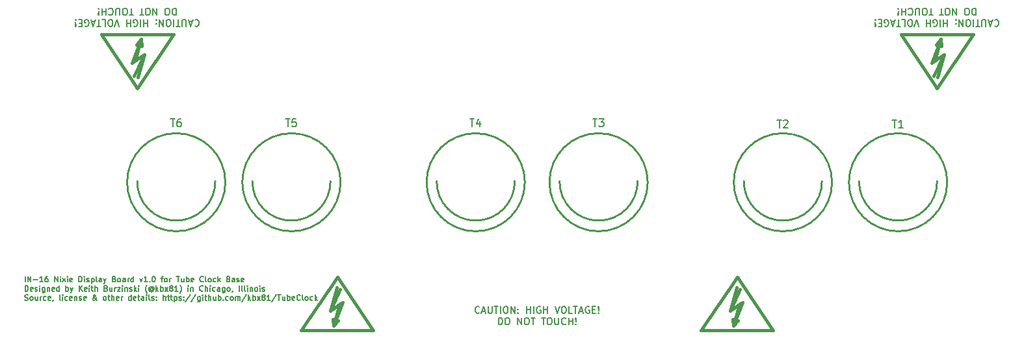
<source format=gbr>
G04 #@! TF.GenerationSoftware,KiCad,Pcbnew,(5.1.0-0)*
G04 #@! TF.CreationDate,2019-05-10T01:21:28-05:00*
G04 #@! TF.ProjectId,IN-16,494e2d31-362e-46b6-9963-61645f706362,rev?*
G04 #@! TF.SameCoordinates,Original*
G04 #@! TF.FileFunction,Legend,Top*
G04 #@! TF.FilePolarity,Positive*
%FSLAX46Y46*%
G04 Gerber Fmt 4.6, Leading zero omitted, Abs format (unit mm)*
G04 Created by KiCad (PCBNEW (5.1.0-0)) date 2019-05-10 01:21:28*
%MOMM*%
%LPD*%
G04 APERTURE LIST*
%ADD10C,0.152400*%
%ADD11C,0.127000*%
%ADD12C,0.254000*%
%ADD13C,0.381000*%
%ADD14C,0.150000*%
G04 APERTURE END LIST*
D10*
X208326566Y-81680050D02*
X208368900Y-81637716D01*
X208495900Y-81595383D01*
X208580566Y-81595383D01*
X208707566Y-81637716D01*
X208792233Y-81722383D01*
X208834566Y-81807050D01*
X208876900Y-81976383D01*
X208876900Y-82103383D01*
X208834566Y-82272716D01*
X208792233Y-82357383D01*
X208707566Y-82442050D01*
X208580566Y-82484383D01*
X208495900Y-82484383D01*
X208368900Y-82442050D01*
X208326566Y-82399716D01*
X207987900Y-81849383D02*
X207564566Y-81849383D01*
X208072566Y-81595383D02*
X207776233Y-82484383D01*
X207479900Y-81595383D01*
X207183566Y-82484383D02*
X207183566Y-81764716D01*
X207141233Y-81680050D01*
X207098900Y-81637716D01*
X207014233Y-81595383D01*
X206844900Y-81595383D01*
X206760233Y-81637716D01*
X206717900Y-81680050D01*
X206675566Y-81764716D01*
X206675566Y-82484383D01*
X206379233Y-82484383D02*
X205871233Y-82484383D01*
X206125233Y-81595383D02*
X206125233Y-82484383D01*
X205574900Y-81595383D02*
X205574900Y-82484383D01*
X204982233Y-82484383D02*
X204812900Y-82484383D01*
X204728233Y-82442050D01*
X204643566Y-82357383D01*
X204601233Y-82188050D01*
X204601233Y-81891716D01*
X204643566Y-81722383D01*
X204728233Y-81637716D01*
X204812900Y-81595383D01*
X204982233Y-81595383D01*
X205066900Y-81637716D01*
X205151566Y-81722383D01*
X205193900Y-81891716D01*
X205193900Y-82188050D01*
X205151566Y-82357383D01*
X205066900Y-82442050D01*
X204982233Y-82484383D01*
X204220233Y-81595383D02*
X204220233Y-82484383D01*
X203712233Y-81595383D01*
X203712233Y-82484383D01*
X203288900Y-81680050D02*
X203246566Y-81637716D01*
X203288900Y-81595383D01*
X203331233Y-81637716D01*
X203288900Y-81680050D01*
X203288900Y-81595383D01*
X203288900Y-82145716D02*
X203246566Y-82103383D01*
X203288900Y-82061050D01*
X203331233Y-82103383D01*
X203288900Y-82145716D01*
X203288900Y-82061050D01*
X202188233Y-81595383D02*
X202188233Y-82484383D01*
X202188233Y-82061050D02*
X201680233Y-82061050D01*
X201680233Y-81595383D02*
X201680233Y-82484383D01*
X201256900Y-81595383D02*
X201256900Y-82484383D01*
X200367900Y-82442050D02*
X200452566Y-82484383D01*
X200579566Y-82484383D01*
X200706566Y-82442050D01*
X200791233Y-82357383D01*
X200833566Y-82272716D01*
X200875900Y-82103383D01*
X200875900Y-81976383D01*
X200833566Y-81807050D01*
X200791233Y-81722383D01*
X200706566Y-81637716D01*
X200579566Y-81595383D01*
X200494900Y-81595383D01*
X200367900Y-81637716D01*
X200325566Y-81680050D01*
X200325566Y-81976383D01*
X200494900Y-81976383D01*
X199944566Y-81595383D02*
X199944566Y-82484383D01*
X199944566Y-82061050D02*
X199436566Y-82061050D01*
X199436566Y-81595383D02*
X199436566Y-82484383D01*
X198462900Y-82484383D02*
X198166566Y-81595383D01*
X197870233Y-82484383D01*
X197404566Y-82484383D02*
X197235233Y-82484383D01*
X197150566Y-82442050D01*
X197065900Y-82357383D01*
X197023566Y-82188050D01*
X197023566Y-81891716D01*
X197065900Y-81722383D01*
X197150566Y-81637716D01*
X197235233Y-81595383D01*
X197404566Y-81595383D01*
X197489233Y-81637716D01*
X197573900Y-81722383D01*
X197616233Y-81891716D01*
X197616233Y-82188050D01*
X197573900Y-82357383D01*
X197489233Y-82442050D01*
X197404566Y-82484383D01*
X196219233Y-81595383D02*
X196642566Y-81595383D01*
X196642566Y-82484383D01*
X196049900Y-82484383D02*
X195541900Y-82484383D01*
X195795900Y-81595383D02*
X195795900Y-82484383D01*
X195287900Y-81849383D02*
X194864566Y-81849383D01*
X195372566Y-81595383D02*
X195076233Y-82484383D01*
X194779900Y-81595383D01*
X194017900Y-82442050D02*
X194102566Y-82484383D01*
X194229566Y-82484383D01*
X194356566Y-82442050D01*
X194441233Y-82357383D01*
X194483566Y-82272716D01*
X194525900Y-82103383D01*
X194525900Y-81976383D01*
X194483566Y-81807050D01*
X194441233Y-81722383D01*
X194356566Y-81637716D01*
X194229566Y-81595383D01*
X194144900Y-81595383D01*
X194017900Y-81637716D01*
X193975566Y-81680050D01*
X193975566Y-81976383D01*
X194144900Y-81976383D01*
X193594566Y-82061050D02*
X193298233Y-82061050D01*
X193171233Y-81595383D02*
X193594566Y-81595383D01*
X193594566Y-82484383D01*
X193171233Y-82484383D01*
X192790233Y-81680050D02*
X192747900Y-81637716D01*
X192790233Y-81595383D01*
X192832566Y-81637716D01*
X192790233Y-81680050D01*
X192790233Y-81595383D01*
X192790233Y-81934050D02*
X192832566Y-82442050D01*
X192790233Y-82484383D01*
X192747900Y-82442050D01*
X192790233Y-81934050D01*
X192790233Y-82484383D01*
X205850066Y-80109483D02*
X205850066Y-80998483D01*
X205638400Y-80998483D01*
X205511400Y-80956150D01*
X205426733Y-80871483D01*
X205384400Y-80786816D01*
X205342066Y-80617483D01*
X205342066Y-80490483D01*
X205384400Y-80321150D01*
X205426733Y-80236483D01*
X205511400Y-80151816D01*
X205638400Y-80109483D01*
X205850066Y-80109483D01*
X204791733Y-80998483D02*
X204622400Y-80998483D01*
X204537733Y-80956150D01*
X204453066Y-80871483D01*
X204410733Y-80702150D01*
X204410733Y-80405816D01*
X204453066Y-80236483D01*
X204537733Y-80151816D01*
X204622400Y-80109483D01*
X204791733Y-80109483D01*
X204876400Y-80151816D01*
X204961066Y-80236483D01*
X205003400Y-80405816D01*
X205003400Y-80702150D01*
X204961066Y-80871483D01*
X204876400Y-80956150D01*
X204791733Y-80998483D01*
X203352400Y-80109483D02*
X203352400Y-80998483D01*
X202844400Y-80109483D01*
X202844400Y-80998483D01*
X202251733Y-80998483D02*
X202082400Y-80998483D01*
X201997733Y-80956150D01*
X201913066Y-80871483D01*
X201870733Y-80702150D01*
X201870733Y-80405816D01*
X201913066Y-80236483D01*
X201997733Y-80151816D01*
X202082400Y-80109483D01*
X202251733Y-80109483D01*
X202336400Y-80151816D01*
X202421066Y-80236483D01*
X202463400Y-80405816D01*
X202463400Y-80702150D01*
X202421066Y-80871483D01*
X202336400Y-80956150D01*
X202251733Y-80998483D01*
X201616733Y-80998483D02*
X201108733Y-80998483D01*
X201362733Y-80109483D02*
X201362733Y-80998483D01*
X200262066Y-80998483D02*
X199754066Y-80998483D01*
X200008066Y-80109483D02*
X200008066Y-80998483D01*
X199288400Y-80998483D02*
X199119066Y-80998483D01*
X199034400Y-80956150D01*
X198949733Y-80871483D01*
X198907400Y-80702150D01*
X198907400Y-80405816D01*
X198949733Y-80236483D01*
X199034400Y-80151816D01*
X199119066Y-80109483D01*
X199288400Y-80109483D01*
X199373066Y-80151816D01*
X199457733Y-80236483D01*
X199500066Y-80405816D01*
X199500066Y-80702150D01*
X199457733Y-80871483D01*
X199373066Y-80956150D01*
X199288400Y-80998483D01*
X198526400Y-80998483D02*
X198526400Y-80278816D01*
X198484066Y-80194150D01*
X198441733Y-80151816D01*
X198357066Y-80109483D01*
X198187733Y-80109483D01*
X198103066Y-80151816D01*
X198060733Y-80194150D01*
X198018400Y-80278816D01*
X198018400Y-80998483D01*
X197087066Y-80194150D02*
X197129400Y-80151816D01*
X197256400Y-80109483D01*
X197341066Y-80109483D01*
X197468066Y-80151816D01*
X197552733Y-80236483D01*
X197595066Y-80321150D01*
X197637400Y-80490483D01*
X197637400Y-80617483D01*
X197595066Y-80786816D01*
X197552733Y-80871483D01*
X197468066Y-80956150D01*
X197341066Y-80998483D01*
X197256400Y-80998483D01*
X197129400Y-80956150D01*
X197087066Y-80913816D01*
X196706066Y-80109483D02*
X196706066Y-80998483D01*
X196706066Y-80575150D02*
X196198066Y-80575150D01*
X196198066Y-80109483D02*
X196198066Y-80998483D01*
X195774733Y-80194150D02*
X195732400Y-80151816D01*
X195774733Y-80109483D01*
X195817066Y-80151816D01*
X195774733Y-80194150D01*
X195774733Y-80109483D01*
X195774733Y-80448150D02*
X195817066Y-80956150D01*
X195774733Y-80998483D01*
X195732400Y-80956150D01*
X195774733Y-80448150D01*
X195774733Y-80998483D01*
X141228233Y-119818150D02*
X141185900Y-119860483D01*
X141058900Y-119902816D01*
X140974233Y-119902816D01*
X140847233Y-119860483D01*
X140762566Y-119775816D01*
X140720233Y-119691150D01*
X140677900Y-119521816D01*
X140677900Y-119394816D01*
X140720233Y-119225483D01*
X140762566Y-119140816D01*
X140847233Y-119056150D01*
X140974233Y-119013816D01*
X141058900Y-119013816D01*
X141185900Y-119056150D01*
X141228233Y-119098483D01*
X141566900Y-119648816D02*
X141990233Y-119648816D01*
X141482233Y-119902816D02*
X141778566Y-119013816D01*
X142074900Y-119902816D01*
X142371233Y-119013816D02*
X142371233Y-119733483D01*
X142413566Y-119818150D01*
X142455900Y-119860483D01*
X142540566Y-119902816D01*
X142709900Y-119902816D01*
X142794566Y-119860483D01*
X142836900Y-119818150D01*
X142879233Y-119733483D01*
X142879233Y-119013816D01*
X143175566Y-119013816D02*
X143683566Y-119013816D01*
X143429566Y-119902816D02*
X143429566Y-119013816D01*
X143979900Y-119902816D02*
X143979900Y-119013816D01*
X144572566Y-119013816D02*
X144741900Y-119013816D01*
X144826566Y-119056150D01*
X144911233Y-119140816D01*
X144953566Y-119310150D01*
X144953566Y-119606483D01*
X144911233Y-119775816D01*
X144826566Y-119860483D01*
X144741900Y-119902816D01*
X144572566Y-119902816D01*
X144487900Y-119860483D01*
X144403233Y-119775816D01*
X144360900Y-119606483D01*
X144360900Y-119310150D01*
X144403233Y-119140816D01*
X144487900Y-119056150D01*
X144572566Y-119013816D01*
X145334566Y-119902816D02*
X145334566Y-119013816D01*
X145842566Y-119902816D01*
X145842566Y-119013816D01*
X146265900Y-119818150D02*
X146308233Y-119860483D01*
X146265900Y-119902816D01*
X146223566Y-119860483D01*
X146265900Y-119818150D01*
X146265900Y-119902816D01*
X146265900Y-119352483D02*
X146308233Y-119394816D01*
X146265900Y-119437150D01*
X146223566Y-119394816D01*
X146265900Y-119352483D01*
X146265900Y-119437150D01*
X147366566Y-119902816D02*
X147366566Y-119013816D01*
X147366566Y-119437150D02*
X147874566Y-119437150D01*
X147874566Y-119902816D02*
X147874566Y-119013816D01*
X148297900Y-119902816D02*
X148297900Y-119013816D01*
X149186900Y-119056150D02*
X149102233Y-119013816D01*
X148975233Y-119013816D01*
X148848233Y-119056150D01*
X148763566Y-119140816D01*
X148721233Y-119225483D01*
X148678900Y-119394816D01*
X148678900Y-119521816D01*
X148721233Y-119691150D01*
X148763566Y-119775816D01*
X148848233Y-119860483D01*
X148975233Y-119902816D01*
X149059900Y-119902816D01*
X149186900Y-119860483D01*
X149229233Y-119818150D01*
X149229233Y-119521816D01*
X149059900Y-119521816D01*
X149610233Y-119902816D02*
X149610233Y-119013816D01*
X149610233Y-119437150D02*
X150118233Y-119437150D01*
X150118233Y-119902816D02*
X150118233Y-119013816D01*
X151091900Y-119013816D02*
X151388233Y-119902816D01*
X151684566Y-119013816D01*
X152150233Y-119013816D02*
X152319566Y-119013816D01*
X152404233Y-119056150D01*
X152488900Y-119140816D01*
X152531233Y-119310150D01*
X152531233Y-119606483D01*
X152488900Y-119775816D01*
X152404233Y-119860483D01*
X152319566Y-119902816D01*
X152150233Y-119902816D01*
X152065566Y-119860483D01*
X151980900Y-119775816D01*
X151938566Y-119606483D01*
X151938566Y-119310150D01*
X151980900Y-119140816D01*
X152065566Y-119056150D01*
X152150233Y-119013816D01*
X153335566Y-119902816D02*
X152912233Y-119902816D01*
X152912233Y-119013816D01*
X153504900Y-119013816D02*
X154012900Y-119013816D01*
X153758900Y-119902816D02*
X153758900Y-119013816D01*
X154266900Y-119648816D02*
X154690233Y-119648816D01*
X154182233Y-119902816D02*
X154478566Y-119013816D01*
X154774900Y-119902816D01*
X155536900Y-119056150D02*
X155452233Y-119013816D01*
X155325233Y-119013816D01*
X155198233Y-119056150D01*
X155113566Y-119140816D01*
X155071233Y-119225483D01*
X155028900Y-119394816D01*
X155028900Y-119521816D01*
X155071233Y-119691150D01*
X155113566Y-119775816D01*
X155198233Y-119860483D01*
X155325233Y-119902816D01*
X155409900Y-119902816D01*
X155536900Y-119860483D01*
X155579233Y-119818150D01*
X155579233Y-119521816D01*
X155409900Y-119521816D01*
X155960233Y-119437150D02*
X156256566Y-119437150D01*
X156383566Y-119902816D02*
X155960233Y-119902816D01*
X155960233Y-119013816D01*
X156383566Y-119013816D01*
X156764566Y-119818150D02*
X156806900Y-119860483D01*
X156764566Y-119902816D01*
X156722233Y-119860483D01*
X156764566Y-119818150D01*
X156764566Y-119902816D01*
X156764566Y-119564150D02*
X156722233Y-119056150D01*
X156764566Y-119013816D01*
X156806900Y-119056150D01*
X156764566Y-119564150D01*
X156764566Y-119013816D01*
X143704733Y-121388716D02*
X143704733Y-120499716D01*
X143916400Y-120499716D01*
X144043400Y-120542050D01*
X144128066Y-120626716D01*
X144170400Y-120711383D01*
X144212733Y-120880716D01*
X144212733Y-121007716D01*
X144170400Y-121177050D01*
X144128066Y-121261716D01*
X144043400Y-121346383D01*
X143916400Y-121388716D01*
X143704733Y-121388716D01*
X144763066Y-120499716D02*
X144932400Y-120499716D01*
X145017066Y-120542050D01*
X145101733Y-120626716D01*
X145144066Y-120796050D01*
X145144066Y-121092383D01*
X145101733Y-121261716D01*
X145017066Y-121346383D01*
X144932400Y-121388716D01*
X144763066Y-121388716D01*
X144678400Y-121346383D01*
X144593733Y-121261716D01*
X144551400Y-121092383D01*
X144551400Y-120796050D01*
X144593733Y-120626716D01*
X144678400Y-120542050D01*
X144763066Y-120499716D01*
X146202400Y-121388716D02*
X146202400Y-120499716D01*
X146710400Y-121388716D01*
X146710400Y-120499716D01*
X147303066Y-120499716D02*
X147472400Y-120499716D01*
X147557066Y-120542050D01*
X147641733Y-120626716D01*
X147684066Y-120796050D01*
X147684066Y-121092383D01*
X147641733Y-121261716D01*
X147557066Y-121346383D01*
X147472400Y-121388716D01*
X147303066Y-121388716D01*
X147218400Y-121346383D01*
X147133733Y-121261716D01*
X147091400Y-121092383D01*
X147091400Y-120796050D01*
X147133733Y-120626716D01*
X147218400Y-120542050D01*
X147303066Y-120499716D01*
X147938066Y-120499716D02*
X148446066Y-120499716D01*
X148192066Y-121388716D02*
X148192066Y-120499716D01*
X149292733Y-120499716D02*
X149800733Y-120499716D01*
X149546733Y-121388716D02*
X149546733Y-120499716D01*
X150266400Y-120499716D02*
X150435733Y-120499716D01*
X150520400Y-120542050D01*
X150605066Y-120626716D01*
X150647400Y-120796050D01*
X150647400Y-121092383D01*
X150605066Y-121261716D01*
X150520400Y-121346383D01*
X150435733Y-121388716D01*
X150266400Y-121388716D01*
X150181733Y-121346383D01*
X150097066Y-121261716D01*
X150054733Y-121092383D01*
X150054733Y-120796050D01*
X150097066Y-120626716D01*
X150181733Y-120542050D01*
X150266400Y-120499716D01*
X151028400Y-120499716D02*
X151028400Y-121219383D01*
X151070733Y-121304050D01*
X151113066Y-121346383D01*
X151197733Y-121388716D01*
X151367066Y-121388716D01*
X151451733Y-121346383D01*
X151494066Y-121304050D01*
X151536400Y-121219383D01*
X151536400Y-120499716D01*
X152467733Y-121304050D02*
X152425400Y-121346383D01*
X152298400Y-121388716D01*
X152213733Y-121388716D01*
X152086733Y-121346383D01*
X152002066Y-121261716D01*
X151959733Y-121177050D01*
X151917400Y-121007716D01*
X151917400Y-120880716D01*
X151959733Y-120711383D01*
X152002066Y-120626716D01*
X152086733Y-120542050D01*
X152213733Y-120499716D01*
X152298400Y-120499716D01*
X152425400Y-120542050D01*
X152467733Y-120584383D01*
X152848733Y-121388716D02*
X152848733Y-120499716D01*
X152848733Y-120923050D02*
X153356733Y-120923050D01*
X153356733Y-121388716D02*
X153356733Y-120499716D01*
X153780066Y-121304050D02*
X153822400Y-121346383D01*
X153780066Y-121388716D01*
X153737733Y-121346383D01*
X153780066Y-121304050D01*
X153780066Y-121388716D01*
X153780066Y-121050050D02*
X153737733Y-120542050D01*
X153780066Y-120499716D01*
X153822400Y-120542050D01*
X153780066Y-121050050D01*
X153780066Y-120499716D01*
X104186566Y-81680050D02*
X104228900Y-81637716D01*
X104355900Y-81595383D01*
X104440566Y-81595383D01*
X104567566Y-81637716D01*
X104652233Y-81722383D01*
X104694566Y-81807050D01*
X104736900Y-81976383D01*
X104736900Y-82103383D01*
X104694566Y-82272716D01*
X104652233Y-82357383D01*
X104567566Y-82442050D01*
X104440566Y-82484383D01*
X104355900Y-82484383D01*
X104228900Y-82442050D01*
X104186566Y-82399716D01*
X103847900Y-81849383D02*
X103424566Y-81849383D01*
X103932566Y-81595383D02*
X103636233Y-82484383D01*
X103339900Y-81595383D01*
X103043566Y-82484383D02*
X103043566Y-81764716D01*
X103001233Y-81680050D01*
X102958900Y-81637716D01*
X102874233Y-81595383D01*
X102704900Y-81595383D01*
X102620233Y-81637716D01*
X102577900Y-81680050D01*
X102535566Y-81764716D01*
X102535566Y-82484383D01*
X102239233Y-82484383D02*
X101731233Y-82484383D01*
X101985233Y-81595383D02*
X101985233Y-82484383D01*
X101434900Y-81595383D02*
X101434900Y-82484383D01*
X100842233Y-82484383D02*
X100672900Y-82484383D01*
X100588233Y-82442050D01*
X100503566Y-82357383D01*
X100461233Y-82188050D01*
X100461233Y-81891716D01*
X100503566Y-81722383D01*
X100588233Y-81637716D01*
X100672900Y-81595383D01*
X100842233Y-81595383D01*
X100926900Y-81637716D01*
X101011566Y-81722383D01*
X101053900Y-81891716D01*
X101053900Y-82188050D01*
X101011566Y-82357383D01*
X100926900Y-82442050D01*
X100842233Y-82484383D01*
X100080233Y-81595383D02*
X100080233Y-82484383D01*
X99572233Y-81595383D01*
X99572233Y-82484383D01*
X99148900Y-81680050D02*
X99106566Y-81637716D01*
X99148900Y-81595383D01*
X99191233Y-81637716D01*
X99148900Y-81680050D01*
X99148900Y-81595383D01*
X99148900Y-82145716D02*
X99106566Y-82103383D01*
X99148900Y-82061050D01*
X99191233Y-82103383D01*
X99148900Y-82145716D01*
X99148900Y-82061050D01*
X98048233Y-81595383D02*
X98048233Y-82484383D01*
X98048233Y-82061050D02*
X97540233Y-82061050D01*
X97540233Y-81595383D02*
X97540233Y-82484383D01*
X97116900Y-81595383D02*
X97116900Y-82484383D01*
X96227900Y-82442050D02*
X96312566Y-82484383D01*
X96439566Y-82484383D01*
X96566566Y-82442050D01*
X96651233Y-82357383D01*
X96693566Y-82272716D01*
X96735900Y-82103383D01*
X96735900Y-81976383D01*
X96693566Y-81807050D01*
X96651233Y-81722383D01*
X96566566Y-81637716D01*
X96439566Y-81595383D01*
X96354900Y-81595383D01*
X96227900Y-81637716D01*
X96185566Y-81680050D01*
X96185566Y-81976383D01*
X96354900Y-81976383D01*
X95804566Y-81595383D02*
X95804566Y-82484383D01*
X95804566Y-82061050D02*
X95296566Y-82061050D01*
X95296566Y-81595383D02*
X95296566Y-82484383D01*
X94322900Y-82484383D02*
X94026566Y-81595383D01*
X93730233Y-82484383D01*
X93264566Y-82484383D02*
X93095233Y-82484383D01*
X93010566Y-82442050D01*
X92925900Y-82357383D01*
X92883566Y-82188050D01*
X92883566Y-81891716D01*
X92925900Y-81722383D01*
X93010566Y-81637716D01*
X93095233Y-81595383D01*
X93264566Y-81595383D01*
X93349233Y-81637716D01*
X93433900Y-81722383D01*
X93476233Y-81891716D01*
X93476233Y-82188050D01*
X93433900Y-82357383D01*
X93349233Y-82442050D01*
X93264566Y-82484383D01*
X92079233Y-81595383D02*
X92502566Y-81595383D01*
X92502566Y-82484383D01*
X91909900Y-82484383D02*
X91401900Y-82484383D01*
X91655900Y-81595383D02*
X91655900Y-82484383D01*
X91147900Y-81849383D02*
X90724566Y-81849383D01*
X91232566Y-81595383D02*
X90936233Y-82484383D01*
X90639900Y-81595383D01*
X89877900Y-82442050D02*
X89962566Y-82484383D01*
X90089566Y-82484383D01*
X90216566Y-82442050D01*
X90301233Y-82357383D01*
X90343566Y-82272716D01*
X90385900Y-82103383D01*
X90385900Y-81976383D01*
X90343566Y-81807050D01*
X90301233Y-81722383D01*
X90216566Y-81637716D01*
X90089566Y-81595383D01*
X90004900Y-81595383D01*
X89877900Y-81637716D01*
X89835566Y-81680050D01*
X89835566Y-81976383D01*
X90004900Y-81976383D01*
X89454566Y-82061050D02*
X89158233Y-82061050D01*
X89031233Y-81595383D02*
X89454566Y-81595383D01*
X89454566Y-82484383D01*
X89031233Y-82484383D01*
X88650233Y-81680050D02*
X88607900Y-81637716D01*
X88650233Y-81595383D01*
X88692566Y-81637716D01*
X88650233Y-81680050D01*
X88650233Y-81595383D01*
X88650233Y-81934050D02*
X88692566Y-82442050D01*
X88650233Y-82484383D01*
X88607900Y-82442050D01*
X88650233Y-81934050D01*
X88650233Y-82484383D01*
X101710066Y-80109483D02*
X101710066Y-80998483D01*
X101498400Y-80998483D01*
X101371400Y-80956150D01*
X101286733Y-80871483D01*
X101244400Y-80786816D01*
X101202066Y-80617483D01*
X101202066Y-80490483D01*
X101244400Y-80321150D01*
X101286733Y-80236483D01*
X101371400Y-80151816D01*
X101498400Y-80109483D01*
X101710066Y-80109483D01*
X100651733Y-80998483D02*
X100482400Y-80998483D01*
X100397733Y-80956150D01*
X100313066Y-80871483D01*
X100270733Y-80702150D01*
X100270733Y-80405816D01*
X100313066Y-80236483D01*
X100397733Y-80151816D01*
X100482400Y-80109483D01*
X100651733Y-80109483D01*
X100736400Y-80151816D01*
X100821066Y-80236483D01*
X100863400Y-80405816D01*
X100863400Y-80702150D01*
X100821066Y-80871483D01*
X100736400Y-80956150D01*
X100651733Y-80998483D01*
X99212400Y-80109483D02*
X99212400Y-80998483D01*
X98704400Y-80109483D01*
X98704400Y-80998483D01*
X98111733Y-80998483D02*
X97942400Y-80998483D01*
X97857733Y-80956150D01*
X97773066Y-80871483D01*
X97730733Y-80702150D01*
X97730733Y-80405816D01*
X97773066Y-80236483D01*
X97857733Y-80151816D01*
X97942400Y-80109483D01*
X98111733Y-80109483D01*
X98196400Y-80151816D01*
X98281066Y-80236483D01*
X98323400Y-80405816D01*
X98323400Y-80702150D01*
X98281066Y-80871483D01*
X98196400Y-80956150D01*
X98111733Y-80998483D01*
X97476733Y-80998483D02*
X96968733Y-80998483D01*
X97222733Y-80109483D02*
X97222733Y-80998483D01*
X96122066Y-80998483D02*
X95614066Y-80998483D01*
X95868066Y-80109483D02*
X95868066Y-80998483D01*
X95148400Y-80998483D02*
X94979066Y-80998483D01*
X94894400Y-80956150D01*
X94809733Y-80871483D01*
X94767400Y-80702150D01*
X94767400Y-80405816D01*
X94809733Y-80236483D01*
X94894400Y-80151816D01*
X94979066Y-80109483D01*
X95148400Y-80109483D01*
X95233066Y-80151816D01*
X95317733Y-80236483D01*
X95360066Y-80405816D01*
X95360066Y-80702150D01*
X95317733Y-80871483D01*
X95233066Y-80956150D01*
X95148400Y-80998483D01*
X94386400Y-80998483D02*
X94386400Y-80278816D01*
X94344066Y-80194150D01*
X94301733Y-80151816D01*
X94217066Y-80109483D01*
X94047733Y-80109483D01*
X93963066Y-80151816D01*
X93920733Y-80194150D01*
X93878400Y-80278816D01*
X93878400Y-80998483D01*
X92947066Y-80194150D02*
X92989400Y-80151816D01*
X93116400Y-80109483D01*
X93201066Y-80109483D01*
X93328066Y-80151816D01*
X93412733Y-80236483D01*
X93455066Y-80321150D01*
X93497400Y-80490483D01*
X93497400Y-80617483D01*
X93455066Y-80786816D01*
X93412733Y-80871483D01*
X93328066Y-80956150D01*
X93201066Y-80998483D01*
X93116400Y-80998483D01*
X92989400Y-80956150D01*
X92947066Y-80913816D01*
X92566066Y-80109483D02*
X92566066Y-80998483D01*
X92566066Y-80575150D02*
X92058066Y-80575150D01*
X92058066Y-80109483D02*
X92058066Y-80998483D01*
X91634733Y-80194150D02*
X91592400Y-80151816D01*
X91634733Y-80109483D01*
X91677066Y-80151816D01*
X91634733Y-80194150D01*
X91634733Y-80109483D01*
X91634733Y-80448150D02*
X91677066Y-80956150D01*
X91634733Y-80998483D01*
X91592400Y-80956150D01*
X91634733Y-80448150D01*
X91634733Y-80998483D01*
D11*
X82065283Y-115815533D02*
X82065283Y-115104333D01*
X82403950Y-115815533D02*
X82403950Y-115104333D01*
X82810350Y-115815533D01*
X82810350Y-115104333D01*
X83149016Y-115544600D02*
X83690883Y-115544600D01*
X84402083Y-115815533D02*
X83995683Y-115815533D01*
X84198883Y-115815533D02*
X84198883Y-115104333D01*
X84131150Y-115205933D01*
X84063416Y-115273666D01*
X83995683Y-115307533D01*
X85011683Y-115104333D02*
X84876216Y-115104333D01*
X84808483Y-115138200D01*
X84774616Y-115172066D01*
X84706883Y-115273666D01*
X84673016Y-115409133D01*
X84673016Y-115680066D01*
X84706883Y-115747800D01*
X84740750Y-115781666D01*
X84808483Y-115815533D01*
X84943950Y-115815533D01*
X85011683Y-115781666D01*
X85045550Y-115747800D01*
X85079416Y-115680066D01*
X85079416Y-115510733D01*
X85045550Y-115443000D01*
X85011683Y-115409133D01*
X84943950Y-115375266D01*
X84808483Y-115375266D01*
X84740750Y-115409133D01*
X84706883Y-115443000D01*
X84673016Y-115510733D01*
X85926083Y-115815533D02*
X85926083Y-115104333D01*
X86332483Y-115815533D01*
X86332483Y-115104333D01*
X86671150Y-115815533D02*
X86671150Y-115341400D01*
X86671150Y-115104333D02*
X86637283Y-115138200D01*
X86671150Y-115172066D01*
X86705016Y-115138200D01*
X86671150Y-115104333D01*
X86671150Y-115172066D01*
X86942083Y-115815533D02*
X87314616Y-115341400D01*
X86942083Y-115341400D02*
X87314616Y-115815533D01*
X87585550Y-115815533D02*
X87585550Y-115341400D01*
X87585550Y-115104333D02*
X87551683Y-115138200D01*
X87585550Y-115172066D01*
X87619416Y-115138200D01*
X87585550Y-115104333D01*
X87585550Y-115172066D01*
X88195150Y-115781666D02*
X88127416Y-115815533D01*
X87991950Y-115815533D01*
X87924216Y-115781666D01*
X87890350Y-115713933D01*
X87890350Y-115443000D01*
X87924216Y-115375266D01*
X87991950Y-115341400D01*
X88127416Y-115341400D01*
X88195150Y-115375266D01*
X88229016Y-115443000D01*
X88229016Y-115510733D01*
X87890350Y-115578466D01*
X89075683Y-115815533D02*
X89075683Y-115104333D01*
X89245016Y-115104333D01*
X89346616Y-115138200D01*
X89414350Y-115205933D01*
X89448216Y-115273666D01*
X89482083Y-115409133D01*
X89482083Y-115510733D01*
X89448216Y-115646200D01*
X89414350Y-115713933D01*
X89346616Y-115781666D01*
X89245016Y-115815533D01*
X89075683Y-115815533D01*
X89786883Y-115815533D02*
X89786883Y-115341400D01*
X89786883Y-115104333D02*
X89753016Y-115138200D01*
X89786883Y-115172066D01*
X89820750Y-115138200D01*
X89786883Y-115104333D01*
X89786883Y-115172066D01*
X90091683Y-115781666D02*
X90159416Y-115815533D01*
X90294883Y-115815533D01*
X90362616Y-115781666D01*
X90396483Y-115713933D01*
X90396483Y-115680066D01*
X90362616Y-115612333D01*
X90294883Y-115578466D01*
X90193283Y-115578466D01*
X90125550Y-115544600D01*
X90091683Y-115476866D01*
X90091683Y-115443000D01*
X90125550Y-115375266D01*
X90193283Y-115341400D01*
X90294883Y-115341400D01*
X90362616Y-115375266D01*
X90701283Y-115341400D02*
X90701283Y-116052600D01*
X90701283Y-115375266D02*
X90769016Y-115341400D01*
X90904483Y-115341400D01*
X90972216Y-115375266D01*
X91006083Y-115409133D01*
X91039950Y-115476866D01*
X91039950Y-115680066D01*
X91006083Y-115747800D01*
X90972216Y-115781666D01*
X90904483Y-115815533D01*
X90769016Y-115815533D01*
X90701283Y-115781666D01*
X91446350Y-115815533D02*
X91378616Y-115781666D01*
X91344750Y-115713933D01*
X91344750Y-115104333D01*
X92022083Y-115815533D02*
X92022083Y-115443000D01*
X91988216Y-115375266D01*
X91920483Y-115341400D01*
X91785016Y-115341400D01*
X91717283Y-115375266D01*
X92022083Y-115781666D02*
X91954350Y-115815533D01*
X91785016Y-115815533D01*
X91717283Y-115781666D01*
X91683416Y-115713933D01*
X91683416Y-115646200D01*
X91717283Y-115578466D01*
X91785016Y-115544600D01*
X91954350Y-115544600D01*
X92022083Y-115510733D01*
X92293016Y-115341400D02*
X92462350Y-115815533D01*
X92631683Y-115341400D02*
X92462350Y-115815533D01*
X92394616Y-115984866D01*
X92360750Y-116018733D01*
X92293016Y-116052600D01*
X93681550Y-115443000D02*
X93783150Y-115476866D01*
X93817016Y-115510733D01*
X93850883Y-115578466D01*
X93850883Y-115680066D01*
X93817016Y-115747800D01*
X93783150Y-115781666D01*
X93715416Y-115815533D01*
X93444483Y-115815533D01*
X93444483Y-115104333D01*
X93681550Y-115104333D01*
X93749283Y-115138200D01*
X93783150Y-115172066D01*
X93817016Y-115239800D01*
X93817016Y-115307533D01*
X93783150Y-115375266D01*
X93749283Y-115409133D01*
X93681550Y-115443000D01*
X93444483Y-115443000D01*
X94257283Y-115815533D02*
X94189550Y-115781666D01*
X94155683Y-115747800D01*
X94121816Y-115680066D01*
X94121816Y-115476866D01*
X94155683Y-115409133D01*
X94189550Y-115375266D01*
X94257283Y-115341400D01*
X94358883Y-115341400D01*
X94426616Y-115375266D01*
X94460483Y-115409133D01*
X94494350Y-115476866D01*
X94494350Y-115680066D01*
X94460483Y-115747800D01*
X94426616Y-115781666D01*
X94358883Y-115815533D01*
X94257283Y-115815533D01*
X95103950Y-115815533D02*
X95103950Y-115443000D01*
X95070083Y-115375266D01*
X95002350Y-115341400D01*
X94866883Y-115341400D01*
X94799150Y-115375266D01*
X95103950Y-115781666D02*
X95036216Y-115815533D01*
X94866883Y-115815533D01*
X94799150Y-115781666D01*
X94765283Y-115713933D01*
X94765283Y-115646200D01*
X94799150Y-115578466D01*
X94866883Y-115544600D01*
X95036216Y-115544600D01*
X95103950Y-115510733D01*
X95442616Y-115815533D02*
X95442616Y-115341400D01*
X95442616Y-115476866D02*
X95476483Y-115409133D01*
X95510350Y-115375266D01*
X95578083Y-115341400D01*
X95645816Y-115341400D01*
X96187683Y-115815533D02*
X96187683Y-115104333D01*
X96187683Y-115781666D02*
X96119950Y-115815533D01*
X95984483Y-115815533D01*
X95916750Y-115781666D01*
X95882883Y-115747800D01*
X95849016Y-115680066D01*
X95849016Y-115476866D01*
X95882883Y-115409133D01*
X95916750Y-115375266D01*
X95984483Y-115341400D01*
X96119950Y-115341400D01*
X96187683Y-115375266D01*
X97000483Y-115341400D02*
X97169816Y-115815533D01*
X97339150Y-115341400D01*
X97982616Y-115815533D02*
X97576216Y-115815533D01*
X97779416Y-115815533D02*
X97779416Y-115104333D01*
X97711683Y-115205933D01*
X97643950Y-115273666D01*
X97576216Y-115307533D01*
X98287416Y-115747800D02*
X98321283Y-115781666D01*
X98287416Y-115815533D01*
X98253550Y-115781666D01*
X98287416Y-115747800D01*
X98287416Y-115815533D01*
X98761550Y-115104333D02*
X98829283Y-115104333D01*
X98897016Y-115138200D01*
X98930883Y-115172066D01*
X98964750Y-115239800D01*
X98998616Y-115375266D01*
X98998616Y-115544600D01*
X98964750Y-115680066D01*
X98930883Y-115747800D01*
X98897016Y-115781666D01*
X98829283Y-115815533D01*
X98761550Y-115815533D01*
X98693816Y-115781666D01*
X98659950Y-115747800D01*
X98626083Y-115680066D01*
X98592216Y-115544600D01*
X98592216Y-115375266D01*
X98626083Y-115239800D01*
X98659950Y-115172066D01*
X98693816Y-115138200D01*
X98761550Y-115104333D01*
X99743683Y-115341400D02*
X100014616Y-115341400D01*
X99845283Y-115815533D02*
X99845283Y-115205933D01*
X99879150Y-115138200D01*
X99946883Y-115104333D01*
X100014616Y-115104333D01*
X100353283Y-115815533D02*
X100285550Y-115781666D01*
X100251683Y-115747800D01*
X100217816Y-115680066D01*
X100217816Y-115476866D01*
X100251683Y-115409133D01*
X100285550Y-115375266D01*
X100353283Y-115341400D01*
X100454883Y-115341400D01*
X100522616Y-115375266D01*
X100556483Y-115409133D01*
X100590350Y-115476866D01*
X100590350Y-115680066D01*
X100556483Y-115747800D01*
X100522616Y-115781666D01*
X100454883Y-115815533D01*
X100353283Y-115815533D01*
X100895150Y-115815533D02*
X100895150Y-115341400D01*
X100895150Y-115476866D02*
X100929016Y-115409133D01*
X100962883Y-115375266D01*
X101030616Y-115341400D01*
X101098350Y-115341400D01*
X101775683Y-115104333D02*
X102182083Y-115104333D01*
X101978883Y-115815533D02*
X101978883Y-115104333D01*
X102723950Y-115341400D02*
X102723950Y-115815533D01*
X102419150Y-115341400D02*
X102419150Y-115713933D01*
X102453016Y-115781666D01*
X102520750Y-115815533D01*
X102622350Y-115815533D01*
X102690083Y-115781666D01*
X102723950Y-115747800D01*
X103062616Y-115815533D02*
X103062616Y-115104333D01*
X103062616Y-115375266D02*
X103130350Y-115341400D01*
X103265816Y-115341400D01*
X103333550Y-115375266D01*
X103367416Y-115409133D01*
X103401283Y-115476866D01*
X103401283Y-115680066D01*
X103367416Y-115747800D01*
X103333550Y-115781666D01*
X103265816Y-115815533D01*
X103130350Y-115815533D01*
X103062616Y-115781666D01*
X103977016Y-115781666D02*
X103909283Y-115815533D01*
X103773816Y-115815533D01*
X103706083Y-115781666D01*
X103672216Y-115713933D01*
X103672216Y-115443000D01*
X103706083Y-115375266D01*
X103773816Y-115341400D01*
X103909283Y-115341400D01*
X103977016Y-115375266D01*
X104010883Y-115443000D01*
X104010883Y-115510733D01*
X103672216Y-115578466D01*
X105263950Y-115747800D02*
X105230083Y-115781666D01*
X105128483Y-115815533D01*
X105060750Y-115815533D01*
X104959150Y-115781666D01*
X104891416Y-115713933D01*
X104857550Y-115646200D01*
X104823683Y-115510733D01*
X104823683Y-115409133D01*
X104857550Y-115273666D01*
X104891416Y-115205933D01*
X104959150Y-115138200D01*
X105060750Y-115104333D01*
X105128483Y-115104333D01*
X105230083Y-115138200D01*
X105263950Y-115172066D01*
X105670350Y-115815533D02*
X105602616Y-115781666D01*
X105568750Y-115713933D01*
X105568750Y-115104333D01*
X106042883Y-115815533D02*
X105975150Y-115781666D01*
X105941283Y-115747800D01*
X105907416Y-115680066D01*
X105907416Y-115476866D01*
X105941283Y-115409133D01*
X105975150Y-115375266D01*
X106042883Y-115341400D01*
X106144483Y-115341400D01*
X106212216Y-115375266D01*
X106246083Y-115409133D01*
X106279950Y-115476866D01*
X106279950Y-115680066D01*
X106246083Y-115747800D01*
X106212216Y-115781666D01*
X106144483Y-115815533D01*
X106042883Y-115815533D01*
X106889550Y-115781666D02*
X106821816Y-115815533D01*
X106686350Y-115815533D01*
X106618616Y-115781666D01*
X106584750Y-115747800D01*
X106550883Y-115680066D01*
X106550883Y-115476866D01*
X106584750Y-115409133D01*
X106618616Y-115375266D01*
X106686350Y-115341400D01*
X106821816Y-115341400D01*
X106889550Y-115375266D01*
X107194350Y-115815533D02*
X107194350Y-115104333D01*
X107262083Y-115544600D02*
X107465283Y-115815533D01*
X107465283Y-115341400D02*
X107194350Y-115612333D01*
X108549016Y-115443000D02*
X108650616Y-115476866D01*
X108684483Y-115510733D01*
X108718350Y-115578466D01*
X108718350Y-115680066D01*
X108684483Y-115747800D01*
X108650616Y-115781666D01*
X108582883Y-115815533D01*
X108311950Y-115815533D01*
X108311950Y-115104333D01*
X108549016Y-115104333D01*
X108616750Y-115138200D01*
X108650616Y-115172066D01*
X108684483Y-115239800D01*
X108684483Y-115307533D01*
X108650616Y-115375266D01*
X108616750Y-115409133D01*
X108549016Y-115443000D01*
X108311950Y-115443000D01*
X109327950Y-115815533D02*
X109327950Y-115443000D01*
X109294083Y-115375266D01*
X109226350Y-115341400D01*
X109090883Y-115341400D01*
X109023150Y-115375266D01*
X109327950Y-115781666D02*
X109260216Y-115815533D01*
X109090883Y-115815533D01*
X109023150Y-115781666D01*
X108989283Y-115713933D01*
X108989283Y-115646200D01*
X109023150Y-115578466D01*
X109090883Y-115544600D01*
X109260216Y-115544600D01*
X109327950Y-115510733D01*
X109632750Y-115781666D02*
X109700483Y-115815533D01*
X109835950Y-115815533D01*
X109903683Y-115781666D01*
X109937550Y-115713933D01*
X109937550Y-115680066D01*
X109903683Y-115612333D01*
X109835950Y-115578466D01*
X109734350Y-115578466D01*
X109666616Y-115544600D01*
X109632750Y-115476866D01*
X109632750Y-115443000D01*
X109666616Y-115375266D01*
X109734350Y-115341400D01*
X109835950Y-115341400D01*
X109903683Y-115375266D01*
X110513283Y-115781666D02*
X110445550Y-115815533D01*
X110310083Y-115815533D01*
X110242350Y-115781666D01*
X110208483Y-115713933D01*
X110208483Y-115443000D01*
X110242350Y-115375266D01*
X110310083Y-115341400D01*
X110445550Y-115341400D01*
X110513283Y-115375266D01*
X110547150Y-115443000D01*
X110547150Y-115510733D01*
X110208483Y-115578466D01*
X82065283Y-117009333D02*
X82065283Y-116298133D01*
X82234616Y-116298133D01*
X82336216Y-116332000D01*
X82403950Y-116399733D01*
X82437816Y-116467466D01*
X82471683Y-116602933D01*
X82471683Y-116704533D01*
X82437816Y-116840000D01*
X82403950Y-116907733D01*
X82336216Y-116975466D01*
X82234616Y-117009333D01*
X82065283Y-117009333D01*
X83047416Y-116975466D02*
X82979683Y-117009333D01*
X82844216Y-117009333D01*
X82776483Y-116975466D01*
X82742616Y-116907733D01*
X82742616Y-116636800D01*
X82776483Y-116569066D01*
X82844216Y-116535200D01*
X82979683Y-116535200D01*
X83047416Y-116569066D01*
X83081283Y-116636800D01*
X83081283Y-116704533D01*
X82742616Y-116772266D01*
X83352216Y-116975466D02*
X83419950Y-117009333D01*
X83555416Y-117009333D01*
X83623150Y-116975466D01*
X83657016Y-116907733D01*
X83657016Y-116873866D01*
X83623150Y-116806133D01*
X83555416Y-116772266D01*
X83453816Y-116772266D01*
X83386083Y-116738400D01*
X83352216Y-116670666D01*
X83352216Y-116636800D01*
X83386083Y-116569066D01*
X83453816Y-116535200D01*
X83555416Y-116535200D01*
X83623150Y-116569066D01*
X83961816Y-117009333D02*
X83961816Y-116535200D01*
X83961816Y-116298133D02*
X83927950Y-116332000D01*
X83961816Y-116365866D01*
X83995683Y-116332000D01*
X83961816Y-116298133D01*
X83961816Y-116365866D01*
X84605283Y-116535200D02*
X84605283Y-117110933D01*
X84571416Y-117178666D01*
X84537550Y-117212533D01*
X84469816Y-117246400D01*
X84368216Y-117246400D01*
X84300483Y-117212533D01*
X84605283Y-116975466D02*
X84537550Y-117009333D01*
X84402083Y-117009333D01*
X84334350Y-116975466D01*
X84300483Y-116941600D01*
X84266616Y-116873866D01*
X84266616Y-116670666D01*
X84300483Y-116602933D01*
X84334350Y-116569066D01*
X84402083Y-116535200D01*
X84537550Y-116535200D01*
X84605283Y-116569066D01*
X84943950Y-116535200D02*
X84943950Y-117009333D01*
X84943950Y-116602933D02*
X84977816Y-116569066D01*
X85045550Y-116535200D01*
X85147150Y-116535200D01*
X85214883Y-116569066D01*
X85248750Y-116636800D01*
X85248750Y-117009333D01*
X85858350Y-116975466D02*
X85790616Y-117009333D01*
X85655150Y-117009333D01*
X85587416Y-116975466D01*
X85553550Y-116907733D01*
X85553550Y-116636800D01*
X85587416Y-116569066D01*
X85655150Y-116535200D01*
X85790616Y-116535200D01*
X85858350Y-116569066D01*
X85892216Y-116636800D01*
X85892216Y-116704533D01*
X85553550Y-116772266D01*
X86501816Y-117009333D02*
X86501816Y-116298133D01*
X86501816Y-116975466D02*
X86434083Y-117009333D01*
X86298616Y-117009333D01*
X86230883Y-116975466D01*
X86197016Y-116941600D01*
X86163150Y-116873866D01*
X86163150Y-116670666D01*
X86197016Y-116602933D01*
X86230883Y-116569066D01*
X86298616Y-116535200D01*
X86434083Y-116535200D01*
X86501816Y-116569066D01*
X87382350Y-117009333D02*
X87382350Y-116298133D01*
X87382350Y-116569066D02*
X87450083Y-116535200D01*
X87585550Y-116535200D01*
X87653283Y-116569066D01*
X87687150Y-116602933D01*
X87721016Y-116670666D01*
X87721016Y-116873866D01*
X87687150Y-116941600D01*
X87653283Y-116975466D01*
X87585550Y-117009333D01*
X87450083Y-117009333D01*
X87382350Y-116975466D01*
X87958083Y-116535200D02*
X88127416Y-117009333D01*
X88296750Y-116535200D02*
X88127416Y-117009333D01*
X88059683Y-117178666D01*
X88025816Y-117212533D01*
X87958083Y-117246400D01*
X89109550Y-117009333D02*
X89109550Y-116298133D01*
X89515950Y-117009333D02*
X89211150Y-116602933D01*
X89515950Y-116298133D02*
X89109550Y-116704533D01*
X90091683Y-116975466D02*
X90023950Y-117009333D01*
X89888483Y-117009333D01*
X89820750Y-116975466D01*
X89786883Y-116907733D01*
X89786883Y-116636800D01*
X89820750Y-116569066D01*
X89888483Y-116535200D01*
X90023950Y-116535200D01*
X90091683Y-116569066D01*
X90125550Y-116636800D01*
X90125550Y-116704533D01*
X89786883Y-116772266D01*
X90430350Y-117009333D02*
X90430350Y-116535200D01*
X90430350Y-116298133D02*
X90396483Y-116332000D01*
X90430350Y-116365866D01*
X90464216Y-116332000D01*
X90430350Y-116298133D01*
X90430350Y-116365866D01*
X90667416Y-116535200D02*
X90938350Y-116535200D01*
X90769016Y-116298133D02*
X90769016Y-116907733D01*
X90802883Y-116975466D01*
X90870616Y-117009333D01*
X90938350Y-117009333D01*
X91175416Y-117009333D02*
X91175416Y-116298133D01*
X91480216Y-117009333D02*
X91480216Y-116636800D01*
X91446350Y-116569066D01*
X91378616Y-116535200D01*
X91277016Y-116535200D01*
X91209283Y-116569066D01*
X91175416Y-116602933D01*
X92597816Y-116636800D02*
X92699416Y-116670666D01*
X92733283Y-116704533D01*
X92767150Y-116772266D01*
X92767150Y-116873866D01*
X92733283Y-116941600D01*
X92699416Y-116975466D01*
X92631683Y-117009333D01*
X92360750Y-117009333D01*
X92360750Y-116298133D01*
X92597816Y-116298133D01*
X92665550Y-116332000D01*
X92699416Y-116365866D01*
X92733283Y-116433600D01*
X92733283Y-116501333D01*
X92699416Y-116569066D01*
X92665550Y-116602933D01*
X92597816Y-116636800D01*
X92360750Y-116636800D01*
X93376750Y-116535200D02*
X93376750Y-117009333D01*
X93071950Y-116535200D02*
X93071950Y-116907733D01*
X93105816Y-116975466D01*
X93173550Y-117009333D01*
X93275150Y-117009333D01*
X93342883Y-116975466D01*
X93376750Y-116941600D01*
X93715416Y-117009333D02*
X93715416Y-116535200D01*
X93715416Y-116670666D02*
X93749283Y-116602933D01*
X93783150Y-116569066D01*
X93850883Y-116535200D01*
X93918616Y-116535200D01*
X94087950Y-116535200D02*
X94460483Y-116535200D01*
X94087950Y-117009333D01*
X94460483Y-117009333D01*
X94731416Y-117009333D02*
X94731416Y-116535200D01*
X94731416Y-116298133D02*
X94697550Y-116332000D01*
X94731416Y-116365866D01*
X94765283Y-116332000D01*
X94731416Y-116298133D01*
X94731416Y-116365866D01*
X95070083Y-116535200D02*
X95070083Y-117009333D01*
X95070083Y-116602933D02*
X95103950Y-116569066D01*
X95171683Y-116535200D01*
X95273283Y-116535200D01*
X95341016Y-116569066D01*
X95374883Y-116636800D01*
X95374883Y-117009333D01*
X95679683Y-116975466D02*
X95747416Y-117009333D01*
X95882883Y-117009333D01*
X95950616Y-116975466D01*
X95984483Y-116907733D01*
X95984483Y-116873866D01*
X95950616Y-116806133D01*
X95882883Y-116772266D01*
X95781283Y-116772266D01*
X95713550Y-116738400D01*
X95679683Y-116670666D01*
X95679683Y-116636800D01*
X95713550Y-116569066D01*
X95781283Y-116535200D01*
X95882883Y-116535200D01*
X95950616Y-116569066D01*
X96289283Y-117009333D02*
X96289283Y-116298133D01*
X96357016Y-116738400D02*
X96560216Y-117009333D01*
X96560216Y-116535200D02*
X96289283Y-116806133D01*
X96865016Y-117009333D02*
X96865016Y-116535200D01*
X96865016Y-116298133D02*
X96831150Y-116332000D01*
X96865016Y-116365866D01*
X96898883Y-116332000D01*
X96865016Y-116298133D01*
X96865016Y-116365866D01*
X97948750Y-117280266D02*
X97914883Y-117246400D01*
X97847150Y-117144800D01*
X97813283Y-117077066D01*
X97779416Y-116975466D01*
X97745550Y-116806133D01*
X97745550Y-116670666D01*
X97779416Y-116501333D01*
X97813283Y-116399733D01*
X97847150Y-116332000D01*
X97914883Y-116230400D01*
X97948750Y-116196533D01*
X98659950Y-116670666D02*
X98626083Y-116636800D01*
X98558350Y-116602933D01*
X98490616Y-116602933D01*
X98422883Y-116636800D01*
X98389016Y-116670666D01*
X98355150Y-116738400D01*
X98355150Y-116806133D01*
X98389016Y-116873866D01*
X98422883Y-116907733D01*
X98490616Y-116941600D01*
X98558350Y-116941600D01*
X98626083Y-116907733D01*
X98659950Y-116873866D01*
X98659950Y-116602933D02*
X98659950Y-116873866D01*
X98693816Y-116907733D01*
X98727683Y-116907733D01*
X98795416Y-116873866D01*
X98829283Y-116806133D01*
X98829283Y-116636800D01*
X98761550Y-116535200D01*
X98659950Y-116467466D01*
X98524483Y-116433600D01*
X98389016Y-116467466D01*
X98287416Y-116535200D01*
X98219683Y-116636800D01*
X98185816Y-116772266D01*
X98219683Y-116907733D01*
X98287416Y-117009333D01*
X98389016Y-117077066D01*
X98524483Y-117110933D01*
X98659950Y-117077066D01*
X98761550Y-117009333D01*
X99134083Y-117009333D02*
X99134083Y-116298133D01*
X99201816Y-116738400D02*
X99405016Y-117009333D01*
X99405016Y-116535200D02*
X99134083Y-116806133D01*
X99709816Y-117009333D02*
X99709816Y-116298133D01*
X99709816Y-116569066D02*
X99777550Y-116535200D01*
X99913016Y-116535200D01*
X99980750Y-116569066D01*
X100014616Y-116602933D01*
X100048483Y-116670666D01*
X100048483Y-116873866D01*
X100014616Y-116941600D01*
X99980750Y-116975466D01*
X99913016Y-117009333D01*
X99777550Y-117009333D01*
X99709816Y-116975466D01*
X100285550Y-117009333D02*
X100658083Y-116535200D01*
X100285550Y-116535200D02*
X100658083Y-117009333D01*
X101030616Y-116602933D02*
X100962883Y-116569066D01*
X100929016Y-116535200D01*
X100895150Y-116467466D01*
X100895150Y-116433600D01*
X100929016Y-116365866D01*
X100962883Y-116332000D01*
X101030616Y-116298133D01*
X101166083Y-116298133D01*
X101233816Y-116332000D01*
X101267683Y-116365866D01*
X101301550Y-116433600D01*
X101301550Y-116467466D01*
X101267683Y-116535200D01*
X101233816Y-116569066D01*
X101166083Y-116602933D01*
X101030616Y-116602933D01*
X100962883Y-116636800D01*
X100929016Y-116670666D01*
X100895150Y-116738400D01*
X100895150Y-116873866D01*
X100929016Y-116941600D01*
X100962883Y-116975466D01*
X101030616Y-117009333D01*
X101166083Y-117009333D01*
X101233816Y-116975466D01*
X101267683Y-116941600D01*
X101301550Y-116873866D01*
X101301550Y-116738400D01*
X101267683Y-116670666D01*
X101233816Y-116636800D01*
X101166083Y-116602933D01*
X101978883Y-117009333D02*
X101572483Y-117009333D01*
X101775683Y-117009333D02*
X101775683Y-116298133D01*
X101707950Y-116399733D01*
X101640216Y-116467466D01*
X101572483Y-116501333D01*
X102215950Y-117280266D02*
X102249816Y-117246400D01*
X102317550Y-117144800D01*
X102351416Y-117077066D01*
X102385283Y-116975466D01*
X102419150Y-116806133D01*
X102419150Y-116670666D01*
X102385283Y-116501333D01*
X102351416Y-116399733D01*
X102317550Y-116332000D01*
X102249816Y-116230400D01*
X102215950Y-116196533D01*
X103299683Y-117009333D02*
X103299683Y-116535200D01*
X103299683Y-116298133D02*
X103265816Y-116332000D01*
X103299683Y-116365866D01*
X103333550Y-116332000D01*
X103299683Y-116298133D01*
X103299683Y-116365866D01*
X103638350Y-116535200D02*
X103638350Y-117009333D01*
X103638350Y-116602933D02*
X103672216Y-116569066D01*
X103739950Y-116535200D01*
X103841550Y-116535200D01*
X103909283Y-116569066D01*
X103943150Y-116636800D01*
X103943150Y-117009333D01*
X105230083Y-116941600D02*
X105196216Y-116975466D01*
X105094616Y-117009333D01*
X105026883Y-117009333D01*
X104925283Y-116975466D01*
X104857550Y-116907733D01*
X104823683Y-116840000D01*
X104789816Y-116704533D01*
X104789816Y-116602933D01*
X104823683Y-116467466D01*
X104857550Y-116399733D01*
X104925283Y-116332000D01*
X105026883Y-116298133D01*
X105094616Y-116298133D01*
X105196216Y-116332000D01*
X105230083Y-116365866D01*
X105534883Y-117009333D02*
X105534883Y-116298133D01*
X105839683Y-117009333D02*
X105839683Y-116636800D01*
X105805816Y-116569066D01*
X105738083Y-116535200D01*
X105636483Y-116535200D01*
X105568750Y-116569066D01*
X105534883Y-116602933D01*
X106178350Y-117009333D02*
X106178350Y-116535200D01*
X106178350Y-116298133D02*
X106144483Y-116332000D01*
X106178350Y-116365866D01*
X106212216Y-116332000D01*
X106178350Y-116298133D01*
X106178350Y-116365866D01*
X106821816Y-116975466D02*
X106754083Y-117009333D01*
X106618616Y-117009333D01*
X106550883Y-116975466D01*
X106517016Y-116941600D01*
X106483150Y-116873866D01*
X106483150Y-116670666D01*
X106517016Y-116602933D01*
X106550883Y-116569066D01*
X106618616Y-116535200D01*
X106754083Y-116535200D01*
X106821816Y-116569066D01*
X107431416Y-117009333D02*
X107431416Y-116636800D01*
X107397550Y-116569066D01*
X107329816Y-116535200D01*
X107194350Y-116535200D01*
X107126616Y-116569066D01*
X107431416Y-116975466D02*
X107363683Y-117009333D01*
X107194350Y-117009333D01*
X107126616Y-116975466D01*
X107092750Y-116907733D01*
X107092750Y-116840000D01*
X107126616Y-116772266D01*
X107194350Y-116738400D01*
X107363683Y-116738400D01*
X107431416Y-116704533D01*
X108074883Y-116535200D02*
X108074883Y-117110933D01*
X108041016Y-117178666D01*
X108007150Y-117212533D01*
X107939416Y-117246400D01*
X107837816Y-117246400D01*
X107770083Y-117212533D01*
X108074883Y-116975466D02*
X108007150Y-117009333D01*
X107871683Y-117009333D01*
X107803950Y-116975466D01*
X107770083Y-116941600D01*
X107736216Y-116873866D01*
X107736216Y-116670666D01*
X107770083Y-116602933D01*
X107803950Y-116569066D01*
X107871683Y-116535200D01*
X108007150Y-116535200D01*
X108074883Y-116569066D01*
X108515150Y-117009333D02*
X108447416Y-116975466D01*
X108413550Y-116941600D01*
X108379683Y-116873866D01*
X108379683Y-116670666D01*
X108413550Y-116602933D01*
X108447416Y-116569066D01*
X108515150Y-116535200D01*
X108616750Y-116535200D01*
X108684483Y-116569066D01*
X108718350Y-116602933D01*
X108752216Y-116670666D01*
X108752216Y-116873866D01*
X108718350Y-116941600D01*
X108684483Y-116975466D01*
X108616750Y-117009333D01*
X108515150Y-117009333D01*
X109090883Y-116975466D02*
X109090883Y-117009333D01*
X109057016Y-117077066D01*
X109023150Y-117110933D01*
X109937550Y-117009333D02*
X109937550Y-116298133D01*
X110377816Y-117009333D02*
X110310083Y-116975466D01*
X110276216Y-116907733D01*
X110276216Y-116298133D01*
X110750350Y-117009333D02*
X110682616Y-116975466D01*
X110648750Y-116907733D01*
X110648750Y-116298133D01*
X111021283Y-117009333D02*
X111021283Y-116535200D01*
X111021283Y-116298133D02*
X110987416Y-116332000D01*
X111021283Y-116365866D01*
X111055150Y-116332000D01*
X111021283Y-116298133D01*
X111021283Y-116365866D01*
X111359950Y-116535200D02*
X111359950Y-117009333D01*
X111359950Y-116602933D02*
X111393816Y-116569066D01*
X111461550Y-116535200D01*
X111563150Y-116535200D01*
X111630883Y-116569066D01*
X111664750Y-116636800D01*
X111664750Y-117009333D01*
X112105016Y-117009333D02*
X112037283Y-116975466D01*
X112003416Y-116941600D01*
X111969550Y-116873866D01*
X111969550Y-116670666D01*
X112003416Y-116602933D01*
X112037283Y-116569066D01*
X112105016Y-116535200D01*
X112206616Y-116535200D01*
X112274350Y-116569066D01*
X112308216Y-116602933D01*
X112342083Y-116670666D01*
X112342083Y-116873866D01*
X112308216Y-116941600D01*
X112274350Y-116975466D01*
X112206616Y-117009333D01*
X112105016Y-117009333D01*
X112646883Y-117009333D02*
X112646883Y-116535200D01*
X112646883Y-116298133D02*
X112613016Y-116332000D01*
X112646883Y-116365866D01*
X112680750Y-116332000D01*
X112646883Y-116298133D01*
X112646883Y-116365866D01*
X112951683Y-116975466D02*
X113019416Y-117009333D01*
X113154883Y-117009333D01*
X113222616Y-116975466D01*
X113256483Y-116907733D01*
X113256483Y-116873866D01*
X113222616Y-116806133D01*
X113154883Y-116772266D01*
X113053283Y-116772266D01*
X112985550Y-116738400D01*
X112951683Y-116670666D01*
X112951683Y-116636800D01*
X112985550Y-116569066D01*
X113053283Y-116535200D01*
X113154883Y-116535200D01*
X113222616Y-116569066D01*
X82031416Y-118169266D02*
X82133016Y-118203133D01*
X82302350Y-118203133D01*
X82370083Y-118169266D01*
X82403950Y-118135400D01*
X82437816Y-118067666D01*
X82437816Y-117999933D01*
X82403950Y-117932200D01*
X82370083Y-117898333D01*
X82302350Y-117864466D01*
X82166883Y-117830600D01*
X82099150Y-117796733D01*
X82065283Y-117762866D01*
X82031416Y-117695133D01*
X82031416Y-117627400D01*
X82065283Y-117559666D01*
X82099150Y-117525800D01*
X82166883Y-117491933D01*
X82336216Y-117491933D01*
X82437816Y-117525800D01*
X82844216Y-118203133D02*
X82776483Y-118169266D01*
X82742616Y-118135400D01*
X82708750Y-118067666D01*
X82708750Y-117864466D01*
X82742616Y-117796733D01*
X82776483Y-117762866D01*
X82844216Y-117729000D01*
X82945816Y-117729000D01*
X83013550Y-117762866D01*
X83047416Y-117796733D01*
X83081283Y-117864466D01*
X83081283Y-118067666D01*
X83047416Y-118135400D01*
X83013550Y-118169266D01*
X82945816Y-118203133D01*
X82844216Y-118203133D01*
X83690883Y-117729000D02*
X83690883Y-118203133D01*
X83386083Y-117729000D02*
X83386083Y-118101533D01*
X83419950Y-118169266D01*
X83487683Y-118203133D01*
X83589283Y-118203133D01*
X83657016Y-118169266D01*
X83690883Y-118135400D01*
X84029550Y-118203133D02*
X84029550Y-117729000D01*
X84029550Y-117864466D02*
X84063416Y-117796733D01*
X84097283Y-117762866D01*
X84165016Y-117729000D01*
X84232750Y-117729000D01*
X84774616Y-118169266D02*
X84706883Y-118203133D01*
X84571416Y-118203133D01*
X84503683Y-118169266D01*
X84469816Y-118135400D01*
X84435950Y-118067666D01*
X84435950Y-117864466D01*
X84469816Y-117796733D01*
X84503683Y-117762866D01*
X84571416Y-117729000D01*
X84706883Y-117729000D01*
X84774616Y-117762866D01*
X85350350Y-118169266D02*
X85282616Y-118203133D01*
X85147150Y-118203133D01*
X85079416Y-118169266D01*
X85045550Y-118101533D01*
X85045550Y-117830600D01*
X85079416Y-117762866D01*
X85147150Y-117729000D01*
X85282616Y-117729000D01*
X85350350Y-117762866D01*
X85384216Y-117830600D01*
X85384216Y-117898333D01*
X85045550Y-117966066D01*
X85722883Y-118169266D02*
X85722883Y-118203133D01*
X85689016Y-118270866D01*
X85655150Y-118304733D01*
X86671150Y-118203133D02*
X86603416Y-118169266D01*
X86569550Y-118101533D01*
X86569550Y-117491933D01*
X86942083Y-118203133D02*
X86942083Y-117729000D01*
X86942083Y-117491933D02*
X86908216Y-117525800D01*
X86942083Y-117559666D01*
X86975950Y-117525800D01*
X86942083Y-117491933D01*
X86942083Y-117559666D01*
X87585550Y-118169266D02*
X87517816Y-118203133D01*
X87382350Y-118203133D01*
X87314616Y-118169266D01*
X87280750Y-118135400D01*
X87246883Y-118067666D01*
X87246883Y-117864466D01*
X87280750Y-117796733D01*
X87314616Y-117762866D01*
X87382350Y-117729000D01*
X87517816Y-117729000D01*
X87585550Y-117762866D01*
X88161283Y-118169266D02*
X88093550Y-118203133D01*
X87958083Y-118203133D01*
X87890350Y-118169266D01*
X87856483Y-118101533D01*
X87856483Y-117830600D01*
X87890350Y-117762866D01*
X87958083Y-117729000D01*
X88093550Y-117729000D01*
X88161283Y-117762866D01*
X88195150Y-117830600D01*
X88195150Y-117898333D01*
X87856483Y-117966066D01*
X88499950Y-117729000D02*
X88499950Y-118203133D01*
X88499950Y-117796733D02*
X88533816Y-117762866D01*
X88601550Y-117729000D01*
X88703150Y-117729000D01*
X88770883Y-117762866D01*
X88804750Y-117830600D01*
X88804750Y-118203133D01*
X89109550Y-118169266D02*
X89177283Y-118203133D01*
X89312750Y-118203133D01*
X89380483Y-118169266D01*
X89414350Y-118101533D01*
X89414350Y-118067666D01*
X89380483Y-117999933D01*
X89312750Y-117966066D01*
X89211150Y-117966066D01*
X89143416Y-117932200D01*
X89109550Y-117864466D01*
X89109550Y-117830600D01*
X89143416Y-117762866D01*
X89211150Y-117729000D01*
X89312750Y-117729000D01*
X89380483Y-117762866D01*
X89990083Y-118169266D02*
X89922350Y-118203133D01*
X89786883Y-118203133D01*
X89719150Y-118169266D01*
X89685283Y-118101533D01*
X89685283Y-117830600D01*
X89719150Y-117762866D01*
X89786883Y-117729000D01*
X89922350Y-117729000D01*
X89990083Y-117762866D01*
X90023950Y-117830600D01*
X90023950Y-117898333D01*
X89685283Y-117966066D01*
X91446350Y-118203133D02*
X91412483Y-118203133D01*
X91344750Y-118169266D01*
X91243150Y-118067666D01*
X91073816Y-117864466D01*
X91006083Y-117762866D01*
X90972216Y-117661266D01*
X90972216Y-117593533D01*
X91006083Y-117525800D01*
X91073816Y-117491933D01*
X91107683Y-117491933D01*
X91175416Y-117525800D01*
X91209283Y-117593533D01*
X91209283Y-117627400D01*
X91175416Y-117695133D01*
X91141550Y-117729000D01*
X90938350Y-117864466D01*
X90904483Y-117898333D01*
X90870616Y-117966066D01*
X90870616Y-118067666D01*
X90904483Y-118135400D01*
X90938350Y-118169266D01*
X91006083Y-118203133D01*
X91107683Y-118203133D01*
X91175416Y-118169266D01*
X91209283Y-118135400D01*
X91310883Y-117999933D01*
X91344750Y-117898333D01*
X91344750Y-117830600D01*
X92394616Y-118203133D02*
X92326883Y-118169266D01*
X92293016Y-118135400D01*
X92259150Y-118067666D01*
X92259150Y-117864466D01*
X92293016Y-117796733D01*
X92326883Y-117762866D01*
X92394616Y-117729000D01*
X92496216Y-117729000D01*
X92563950Y-117762866D01*
X92597816Y-117796733D01*
X92631683Y-117864466D01*
X92631683Y-118067666D01*
X92597816Y-118135400D01*
X92563950Y-118169266D01*
X92496216Y-118203133D01*
X92394616Y-118203133D01*
X92834883Y-117729000D02*
X93105816Y-117729000D01*
X92936483Y-117491933D02*
X92936483Y-118101533D01*
X92970350Y-118169266D01*
X93038083Y-118203133D01*
X93105816Y-118203133D01*
X93342883Y-118203133D02*
X93342883Y-117491933D01*
X93647683Y-118203133D02*
X93647683Y-117830600D01*
X93613816Y-117762866D01*
X93546083Y-117729000D01*
X93444483Y-117729000D01*
X93376750Y-117762866D01*
X93342883Y-117796733D01*
X94257283Y-118169266D02*
X94189550Y-118203133D01*
X94054083Y-118203133D01*
X93986350Y-118169266D01*
X93952483Y-118101533D01*
X93952483Y-117830600D01*
X93986350Y-117762866D01*
X94054083Y-117729000D01*
X94189550Y-117729000D01*
X94257283Y-117762866D01*
X94291150Y-117830600D01*
X94291150Y-117898333D01*
X93952483Y-117966066D01*
X94595950Y-118203133D02*
X94595950Y-117729000D01*
X94595950Y-117864466D02*
X94629816Y-117796733D01*
X94663683Y-117762866D01*
X94731416Y-117729000D01*
X94799150Y-117729000D01*
X95882883Y-118203133D02*
X95882883Y-117491933D01*
X95882883Y-118169266D02*
X95815150Y-118203133D01*
X95679683Y-118203133D01*
X95611950Y-118169266D01*
X95578083Y-118135400D01*
X95544216Y-118067666D01*
X95544216Y-117864466D01*
X95578083Y-117796733D01*
X95611950Y-117762866D01*
X95679683Y-117729000D01*
X95815150Y-117729000D01*
X95882883Y-117762866D01*
X96492483Y-118169266D02*
X96424750Y-118203133D01*
X96289283Y-118203133D01*
X96221550Y-118169266D01*
X96187683Y-118101533D01*
X96187683Y-117830600D01*
X96221550Y-117762866D01*
X96289283Y-117729000D01*
X96424750Y-117729000D01*
X96492483Y-117762866D01*
X96526350Y-117830600D01*
X96526350Y-117898333D01*
X96187683Y-117966066D01*
X96729550Y-117729000D02*
X97000483Y-117729000D01*
X96831150Y-117491933D02*
X96831150Y-118101533D01*
X96865016Y-118169266D01*
X96932750Y-118203133D01*
X97000483Y-118203133D01*
X97542350Y-118203133D02*
X97542350Y-117830600D01*
X97508483Y-117762866D01*
X97440750Y-117729000D01*
X97305283Y-117729000D01*
X97237550Y-117762866D01*
X97542350Y-118169266D02*
X97474616Y-118203133D01*
X97305283Y-118203133D01*
X97237550Y-118169266D01*
X97203683Y-118101533D01*
X97203683Y-118033800D01*
X97237550Y-117966066D01*
X97305283Y-117932200D01*
X97474616Y-117932200D01*
X97542350Y-117898333D01*
X97881016Y-118203133D02*
X97881016Y-117729000D01*
X97881016Y-117491933D02*
X97847150Y-117525800D01*
X97881016Y-117559666D01*
X97914883Y-117525800D01*
X97881016Y-117491933D01*
X97881016Y-117559666D01*
X98321283Y-118203133D02*
X98253550Y-118169266D01*
X98219683Y-118101533D01*
X98219683Y-117491933D01*
X98558350Y-118169266D02*
X98626083Y-118203133D01*
X98761550Y-118203133D01*
X98829283Y-118169266D01*
X98863150Y-118101533D01*
X98863150Y-118067666D01*
X98829283Y-117999933D01*
X98761550Y-117966066D01*
X98659950Y-117966066D01*
X98592216Y-117932200D01*
X98558350Y-117864466D01*
X98558350Y-117830600D01*
X98592216Y-117762866D01*
X98659950Y-117729000D01*
X98761550Y-117729000D01*
X98829283Y-117762866D01*
X99167950Y-118135400D02*
X99201816Y-118169266D01*
X99167950Y-118203133D01*
X99134083Y-118169266D01*
X99167950Y-118135400D01*
X99167950Y-118203133D01*
X99167950Y-117762866D02*
X99201816Y-117796733D01*
X99167950Y-117830600D01*
X99134083Y-117796733D01*
X99167950Y-117762866D01*
X99167950Y-117830600D01*
X100048483Y-118203133D02*
X100048483Y-117491933D01*
X100353283Y-118203133D02*
X100353283Y-117830600D01*
X100319416Y-117762866D01*
X100251683Y-117729000D01*
X100150083Y-117729000D01*
X100082350Y-117762866D01*
X100048483Y-117796733D01*
X100590350Y-117729000D02*
X100861283Y-117729000D01*
X100691950Y-117491933D02*
X100691950Y-118101533D01*
X100725816Y-118169266D01*
X100793550Y-118203133D01*
X100861283Y-118203133D01*
X100996750Y-117729000D02*
X101267683Y-117729000D01*
X101098350Y-117491933D02*
X101098350Y-118101533D01*
X101132216Y-118169266D01*
X101199950Y-118203133D01*
X101267683Y-118203133D01*
X101504750Y-117729000D02*
X101504750Y-118440200D01*
X101504750Y-117762866D02*
X101572483Y-117729000D01*
X101707950Y-117729000D01*
X101775683Y-117762866D01*
X101809550Y-117796733D01*
X101843416Y-117864466D01*
X101843416Y-118067666D01*
X101809550Y-118135400D01*
X101775683Y-118169266D01*
X101707950Y-118203133D01*
X101572483Y-118203133D01*
X101504750Y-118169266D01*
X102114350Y-118169266D02*
X102182083Y-118203133D01*
X102317550Y-118203133D01*
X102385283Y-118169266D01*
X102419150Y-118101533D01*
X102419150Y-118067666D01*
X102385283Y-117999933D01*
X102317550Y-117966066D01*
X102215950Y-117966066D01*
X102148216Y-117932200D01*
X102114350Y-117864466D01*
X102114350Y-117830600D01*
X102148216Y-117762866D01*
X102215950Y-117729000D01*
X102317550Y-117729000D01*
X102385283Y-117762866D01*
X102723950Y-118135400D02*
X102757816Y-118169266D01*
X102723950Y-118203133D01*
X102690083Y-118169266D01*
X102723950Y-118135400D01*
X102723950Y-118203133D01*
X102723950Y-117762866D02*
X102757816Y-117796733D01*
X102723950Y-117830600D01*
X102690083Y-117796733D01*
X102723950Y-117762866D01*
X102723950Y-117830600D01*
X103570616Y-117458066D02*
X102961016Y-118372466D01*
X104315683Y-117458066D02*
X103706083Y-118372466D01*
X104857550Y-117729000D02*
X104857550Y-118304733D01*
X104823683Y-118372466D01*
X104789816Y-118406333D01*
X104722083Y-118440200D01*
X104620483Y-118440200D01*
X104552750Y-118406333D01*
X104857550Y-118169266D02*
X104789816Y-118203133D01*
X104654350Y-118203133D01*
X104586616Y-118169266D01*
X104552750Y-118135400D01*
X104518883Y-118067666D01*
X104518883Y-117864466D01*
X104552750Y-117796733D01*
X104586616Y-117762866D01*
X104654350Y-117729000D01*
X104789816Y-117729000D01*
X104857550Y-117762866D01*
X105196216Y-118203133D02*
X105196216Y-117729000D01*
X105196216Y-117491933D02*
X105162350Y-117525800D01*
X105196216Y-117559666D01*
X105230083Y-117525800D01*
X105196216Y-117491933D01*
X105196216Y-117559666D01*
X105433283Y-117729000D02*
X105704216Y-117729000D01*
X105534883Y-117491933D02*
X105534883Y-118101533D01*
X105568750Y-118169266D01*
X105636483Y-118203133D01*
X105704216Y-118203133D01*
X105941283Y-118203133D02*
X105941283Y-117491933D01*
X106246083Y-118203133D02*
X106246083Y-117830600D01*
X106212216Y-117762866D01*
X106144483Y-117729000D01*
X106042883Y-117729000D01*
X105975150Y-117762866D01*
X105941283Y-117796733D01*
X106889550Y-117729000D02*
X106889550Y-118203133D01*
X106584750Y-117729000D02*
X106584750Y-118101533D01*
X106618616Y-118169266D01*
X106686350Y-118203133D01*
X106787950Y-118203133D01*
X106855683Y-118169266D01*
X106889550Y-118135400D01*
X107228216Y-118203133D02*
X107228216Y-117491933D01*
X107228216Y-117762866D02*
X107295950Y-117729000D01*
X107431416Y-117729000D01*
X107499150Y-117762866D01*
X107533016Y-117796733D01*
X107566883Y-117864466D01*
X107566883Y-118067666D01*
X107533016Y-118135400D01*
X107499150Y-118169266D01*
X107431416Y-118203133D01*
X107295950Y-118203133D01*
X107228216Y-118169266D01*
X107871683Y-118135400D02*
X107905550Y-118169266D01*
X107871683Y-118203133D01*
X107837816Y-118169266D01*
X107871683Y-118135400D01*
X107871683Y-118203133D01*
X108515150Y-118169266D02*
X108447416Y-118203133D01*
X108311950Y-118203133D01*
X108244216Y-118169266D01*
X108210350Y-118135400D01*
X108176483Y-118067666D01*
X108176483Y-117864466D01*
X108210350Y-117796733D01*
X108244216Y-117762866D01*
X108311950Y-117729000D01*
X108447416Y-117729000D01*
X108515150Y-117762866D01*
X108921550Y-118203133D02*
X108853816Y-118169266D01*
X108819950Y-118135400D01*
X108786083Y-118067666D01*
X108786083Y-117864466D01*
X108819950Y-117796733D01*
X108853816Y-117762866D01*
X108921550Y-117729000D01*
X109023150Y-117729000D01*
X109090883Y-117762866D01*
X109124750Y-117796733D01*
X109158616Y-117864466D01*
X109158616Y-118067666D01*
X109124750Y-118135400D01*
X109090883Y-118169266D01*
X109023150Y-118203133D01*
X108921550Y-118203133D01*
X109463416Y-118203133D02*
X109463416Y-117729000D01*
X109463416Y-117796733D02*
X109497283Y-117762866D01*
X109565016Y-117729000D01*
X109666616Y-117729000D01*
X109734350Y-117762866D01*
X109768216Y-117830600D01*
X109768216Y-118203133D01*
X109768216Y-117830600D02*
X109802083Y-117762866D01*
X109869816Y-117729000D01*
X109971416Y-117729000D01*
X110039150Y-117762866D01*
X110073016Y-117830600D01*
X110073016Y-118203133D01*
X110919683Y-117458066D02*
X110310083Y-118372466D01*
X111156750Y-118203133D02*
X111156750Y-117491933D01*
X111224483Y-117932200D02*
X111427683Y-118203133D01*
X111427683Y-117729000D02*
X111156750Y-117999933D01*
X111732483Y-118203133D02*
X111732483Y-117491933D01*
X111732483Y-117762866D02*
X111800216Y-117729000D01*
X111935683Y-117729000D01*
X112003416Y-117762866D01*
X112037283Y-117796733D01*
X112071150Y-117864466D01*
X112071150Y-118067666D01*
X112037283Y-118135400D01*
X112003416Y-118169266D01*
X111935683Y-118203133D01*
X111800216Y-118203133D01*
X111732483Y-118169266D01*
X112308216Y-118203133D02*
X112680750Y-117729000D01*
X112308216Y-117729000D02*
X112680750Y-118203133D01*
X113053283Y-117796733D02*
X112985550Y-117762866D01*
X112951683Y-117729000D01*
X112917816Y-117661266D01*
X112917816Y-117627400D01*
X112951683Y-117559666D01*
X112985550Y-117525800D01*
X113053283Y-117491933D01*
X113188750Y-117491933D01*
X113256483Y-117525800D01*
X113290350Y-117559666D01*
X113324216Y-117627400D01*
X113324216Y-117661266D01*
X113290350Y-117729000D01*
X113256483Y-117762866D01*
X113188750Y-117796733D01*
X113053283Y-117796733D01*
X112985550Y-117830600D01*
X112951683Y-117864466D01*
X112917816Y-117932200D01*
X112917816Y-118067666D01*
X112951683Y-118135400D01*
X112985550Y-118169266D01*
X113053283Y-118203133D01*
X113188750Y-118203133D01*
X113256483Y-118169266D01*
X113290350Y-118135400D01*
X113324216Y-118067666D01*
X113324216Y-117932200D01*
X113290350Y-117864466D01*
X113256483Y-117830600D01*
X113188750Y-117796733D01*
X114001550Y-118203133D02*
X113595150Y-118203133D01*
X113798350Y-118203133D02*
X113798350Y-117491933D01*
X113730616Y-117593533D01*
X113662883Y-117661266D01*
X113595150Y-117695133D01*
X114814350Y-117458066D02*
X114204750Y-118372466D01*
X114949816Y-117491933D02*
X115356216Y-117491933D01*
X115153016Y-118203133D02*
X115153016Y-117491933D01*
X115898083Y-117729000D02*
X115898083Y-118203133D01*
X115593283Y-117729000D02*
X115593283Y-118101533D01*
X115627150Y-118169266D01*
X115694883Y-118203133D01*
X115796483Y-118203133D01*
X115864216Y-118169266D01*
X115898083Y-118135400D01*
X116236750Y-118203133D02*
X116236750Y-117491933D01*
X116236750Y-117762866D02*
X116304483Y-117729000D01*
X116439950Y-117729000D01*
X116507683Y-117762866D01*
X116541550Y-117796733D01*
X116575416Y-117864466D01*
X116575416Y-118067666D01*
X116541550Y-118135400D01*
X116507683Y-118169266D01*
X116439950Y-118203133D01*
X116304483Y-118203133D01*
X116236750Y-118169266D01*
X117151150Y-118169266D02*
X117083416Y-118203133D01*
X116947950Y-118203133D01*
X116880216Y-118169266D01*
X116846350Y-118101533D01*
X116846350Y-117830600D01*
X116880216Y-117762866D01*
X116947950Y-117729000D01*
X117083416Y-117729000D01*
X117151150Y-117762866D01*
X117185016Y-117830600D01*
X117185016Y-117898333D01*
X116846350Y-117966066D01*
X117896216Y-118135400D02*
X117862350Y-118169266D01*
X117760750Y-118203133D01*
X117693016Y-118203133D01*
X117591416Y-118169266D01*
X117523683Y-118101533D01*
X117489816Y-118033800D01*
X117455950Y-117898333D01*
X117455950Y-117796733D01*
X117489816Y-117661266D01*
X117523683Y-117593533D01*
X117591416Y-117525800D01*
X117693016Y-117491933D01*
X117760750Y-117491933D01*
X117862350Y-117525800D01*
X117896216Y-117559666D01*
X118302616Y-118203133D02*
X118234883Y-118169266D01*
X118201016Y-118101533D01*
X118201016Y-117491933D01*
X118675150Y-118203133D02*
X118607416Y-118169266D01*
X118573550Y-118135400D01*
X118539683Y-118067666D01*
X118539683Y-117864466D01*
X118573550Y-117796733D01*
X118607416Y-117762866D01*
X118675150Y-117729000D01*
X118776750Y-117729000D01*
X118844483Y-117762866D01*
X118878350Y-117796733D01*
X118912216Y-117864466D01*
X118912216Y-118067666D01*
X118878350Y-118135400D01*
X118844483Y-118169266D01*
X118776750Y-118203133D01*
X118675150Y-118203133D01*
X119521816Y-118169266D02*
X119454083Y-118203133D01*
X119318616Y-118203133D01*
X119250883Y-118169266D01*
X119217016Y-118135400D01*
X119183150Y-118067666D01*
X119183150Y-117864466D01*
X119217016Y-117796733D01*
X119250883Y-117762866D01*
X119318616Y-117729000D01*
X119454083Y-117729000D01*
X119521816Y-117762866D01*
X119826616Y-118203133D02*
X119826616Y-117491933D01*
X119894350Y-117932200D02*
X120097550Y-118203133D01*
X120097550Y-117729000D02*
X119826616Y-117999933D01*
D12*
X96662300Y-102663861D02*
G75*
G03X106822400Y-102657120I5080100J-71999D01*
G01*
X108140660Y-102814600D02*
G75*
G03X108140660Y-102814600I-6398260J0D01*
G01*
X111662300Y-102663861D02*
G75*
G03X121822400Y-102657120I5080100J-71999D01*
G01*
X123140660Y-102814600D02*
G75*
G03X123140660Y-102814600I-6398260J0D01*
G01*
X135662300Y-102663861D02*
G75*
G03X145822400Y-102657120I5080100J-71999D01*
G01*
X147140660Y-102814600D02*
G75*
G03X147140660Y-102814600I-6398260J0D01*
G01*
X151662300Y-102663861D02*
G75*
G03X161822400Y-102657120I5080100J-71999D01*
G01*
X163140660Y-102814600D02*
G75*
G03X163140660Y-102814600I-6398260J0D01*
G01*
X175662300Y-102663861D02*
G75*
G03X185822400Y-102657120I5080100J-71999D01*
G01*
X187140660Y-102814600D02*
G75*
G03X187140660Y-102814600I-6398260J0D01*
G01*
X190662300Y-102663861D02*
G75*
G03X200822400Y-102657120I5080100J-71999D01*
G01*
X202140660Y-102814600D02*
G75*
G03X202140660Y-102814600I-6398260J0D01*
G01*
D13*
X205511400Y-83540600D02*
X200812400Y-90525600D01*
X196113400Y-83540600D02*
X205511400Y-83540600D01*
X200812400Y-90525600D02*
X196113400Y-83540600D01*
X201310240Y-84134960D02*
X201411840Y-85034120D01*
X200512680Y-86934040D02*
X201310240Y-84134960D01*
X201711560Y-86133940D02*
X200512680Y-86934040D01*
X200911460Y-89133680D02*
X201711560Y-86133940D01*
X201310240Y-84134960D02*
X200710800Y-84833460D01*
X201711560Y-86133940D02*
X200411080Y-88935560D01*
X200111360Y-87233760D02*
X200710800Y-86834980D01*
X201310240Y-84134960D02*
X200111360Y-87233760D01*
X101371400Y-83540600D02*
X96672400Y-90525600D01*
X91973400Y-83540600D02*
X101371400Y-83540600D01*
X96672400Y-90525600D02*
X91973400Y-83540600D01*
X97170240Y-84134960D02*
X97271840Y-85034120D01*
X96372680Y-86934040D02*
X97170240Y-84134960D01*
X97571560Y-86133940D02*
X96372680Y-86934040D01*
X96771460Y-89133680D02*
X97571560Y-86133940D01*
X97170240Y-84134960D02*
X96570800Y-84833460D01*
X97571560Y-86133940D02*
X96271080Y-88935560D01*
X95971360Y-87233760D02*
X96570800Y-86834980D01*
X97170240Y-84134960D02*
X95971360Y-87233760D01*
X170078400Y-122148600D02*
X174777400Y-115163600D01*
X179476400Y-122148600D02*
X170078400Y-122148600D01*
X174777400Y-115163600D02*
X179476400Y-122148600D01*
X174279560Y-121554240D02*
X174177960Y-120655080D01*
X175077120Y-118755160D02*
X174279560Y-121554240D01*
X173878240Y-119555260D02*
X175077120Y-118755160D01*
X174678340Y-116555520D02*
X173878240Y-119555260D01*
X174279560Y-121554240D02*
X174879000Y-120855740D01*
X173878240Y-119555260D02*
X175178720Y-116753640D01*
X175478440Y-118455440D02*
X174879000Y-118854220D01*
X174279560Y-121554240D02*
X175478440Y-118455440D01*
X118008400Y-122148600D02*
X122707400Y-115163600D01*
X127406400Y-122148600D02*
X118008400Y-122148600D01*
X122707400Y-115163600D02*
X127406400Y-122148600D01*
X122209560Y-121554240D02*
X122107960Y-120655080D01*
X123007120Y-118755160D02*
X122209560Y-121554240D01*
X121808240Y-119555260D02*
X123007120Y-118755160D01*
X122608340Y-116555520D02*
X121808240Y-119555260D01*
X122209560Y-121554240D02*
X122809000Y-120855740D01*
X121808240Y-119555260D02*
X123108720Y-116753640D01*
X123408440Y-118455440D02*
X122809000Y-118854220D01*
X122209560Y-121554240D02*
X123408440Y-118455440D01*
D14*
X100990495Y-94549980D02*
X101561923Y-94549980D01*
X101276209Y-95549980D02*
X101276209Y-94549980D01*
X102323828Y-94549980D02*
X102133352Y-94549980D01*
X102038114Y-94597600D01*
X101990495Y-94645219D01*
X101895257Y-94788076D01*
X101847638Y-94978552D01*
X101847638Y-95359504D01*
X101895257Y-95454742D01*
X101942876Y-95502361D01*
X102038114Y-95549980D01*
X102228590Y-95549980D01*
X102323828Y-95502361D01*
X102371447Y-95454742D01*
X102419066Y-95359504D01*
X102419066Y-95121409D01*
X102371447Y-95026171D01*
X102323828Y-94978552D01*
X102228590Y-94930933D01*
X102038114Y-94930933D01*
X101942876Y-94978552D01*
X101895257Y-95026171D01*
X101847638Y-95121409D01*
X115976495Y-94549980D02*
X116547923Y-94549980D01*
X116262209Y-95549980D02*
X116262209Y-94549980D01*
X117357447Y-94549980D02*
X116881257Y-94549980D01*
X116833638Y-95026171D01*
X116881257Y-94978552D01*
X116976495Y-94930933D01*
X117214590Y-94930933D01*
X117309828Y-94978552D01*
X117357447Y-95026171D01*
X117405066Y-95121409D01*
X117405066Y-95359504D01*
X117357447Y-95454742D01*
X117309828Y-95502361D01*
X117214590Y-95549980D01*
X116976495Y-95549980D01*
X116881257Y-95502361D01*
X116833638Y-95454742D01*
X139979495Y-94549980D02*
X140550923Y-94549980D01*
X140265209Y-95549980D02*
X140265209Y-94549980D01*
X141312828Y-94883314D02*
X141312828Y-95549980D01*
X141074733Y-94502361D02*
X140836638Y-95216647D01*
X141455685Y-95216647D01*
X155981495Y-94549980D02*
X156552923Y-94549980D01*
X156267209Y-95549980D02*
X156267209Y-94549980D01*
X156791019Y-94549980D02*
X157410066Y-94549980D01*
X157076733Y-94930933D01*
X157219590Y-94930933D01*
X157314828Y-94978552D01*
X157362447Y-95026171D01*
X157410066Y-95121409D01*
X157410066Y-95359504D01*
X157362447Y-95454742D01*
X157314828Y-95502361D01*
X157219590Y-95549980D01*
X156933876Y-95549980D01*
X156838638Y-95502361D01*
X156791019Y-95454742D01*
X179984495Y-94676980D02*
X180555923Y-94676980D01*
X180270209Y-95676980D02*
X180270209Y-94676980D01*
X180841638Y-94772219D02*
X180889257Y-94724600D01*
X180984495Y-94676980D01*
X181222590Y-94676980D01*
X181317828Y-94724600D01*
X181365447Y-94772219D01*
X181413066Y-94867457D01*
X181413066Y-94962695D01*
X181365447Y-95105552D01*
X180794019Y-95676980D01*
X181413066Y-95676980D01*
X194970495Y-94676980D02*
X195541923Y-94676980D01*
X195256209Y-95676980D02*
X195256209Y-94676980D01*
X196399066Y-95676980D02*
X195827638Y-95676980D01*
X196113352Y-95676980D02*
X196113352Y-94676980D01*
X196018114Y-94819838D01*
X195922876Y-94915076D01*
X195827638Y-94962695D01*
M02*

</source>
